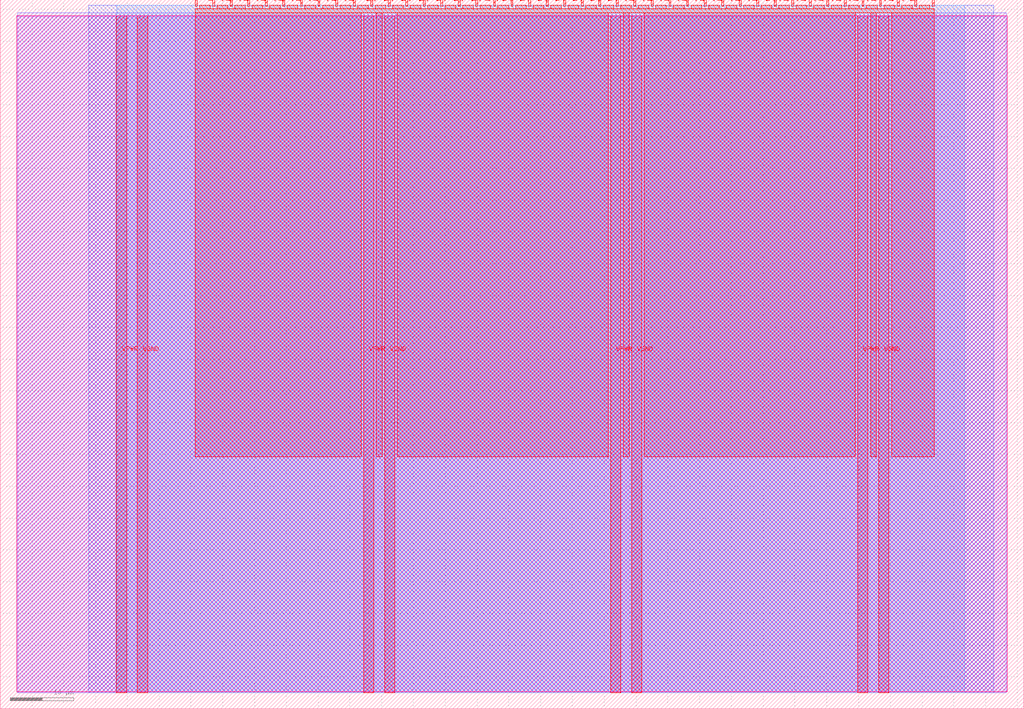
<source format=lef>
VERSION 5.7 ;
  NOWIREEXTENSIONATPIN ON ;
  DIVIDERCHAR "/" ;
  BUSBITCHARS "[]" ;
MACRO tt_um_ultra_tiny_cpu
  CLASS BLOCK ;
  FOREIGN tt_um_ultra_tiny_cpu ;
  ORIGIN 0.000 0.000 ;
  SIZE 161.000 BY 111.520 ;
  PIN VGND
    DIRECTION INOUT ;
    USE GROUND ;
    PORT
      LAYER met4 ;
        RECT 21.580 2.480 23.180 109.040 ;
    END
    PORT
      LAYER met4 ;
        RECT 60.450 2.480 62.050 109.040 ;
    END
    PORT
      LAYER met4 ;
        RECT 99.320 2.480 100.920 109.040 ;
    END
    PORT
      LAYER met4 ;
        RECT 138.190 2.480 139.790 109.040 ;
    END
  END VGND
  PIN VPWR
    DIRECTION INOUT ;
    USE POWER ;
    PORT
      LAYER met4 ;
        RECT 18.280 2.480 19.880 109.040 ;
    END
    PORT
      LAYER met4 ;
        RECT 57.150 2.480 58.750 109.040 ;
    END
    PORT
      LAYER met4 ;
        RECT 96.020 2.480 97.620 109.040 ;
    END
    PORT
      LAYER met4 ;
        RECT 134.890 2.480 136.490 109.040 ;
    END
  END VPWR
  PIN clk
    DIRECTION INPUT ;
    USE SIGNAL ;
    ANTENNAGATEAREA 0.852000 ;
    PORT
      LAYER met4 ;
        RECT 143.830 110.520 144.130 111.520 ;
    END
  END clk
  PIN ena
    DIRECTION INPUT ;
    USE SIGNAL ;
    ANTENNAGATEAREA 0.213000 ;
    PORT
      LAYER met4 ;
        RECT 146.590 110.520 146.890 111.520 ;
    END
  END ena
  PIN rst_n
    DIRECTION INPUT ;
    USE SIGNAL ;
    ANTENNAGATEAREA 0.196500 ;
    PORT
      LAYER met4 ;
        RECT 141.070 110.520 141.370 111.520 ;
    END
  END rst_n
  PIN ui_in[0]
    DIRECTION INPUT ;
    USE SIGNAL ;
    ANTENNAGATEAREA 0.213000 ;
    PORT
      LAYER met4 ;
        RECT 138.310 110.520 138.610 111.520 ;
    END
  END ui_in[0]
  PIN ui_in[1]
    DIRECTION INPUT ;
    USE SIGNAL ;
    ANTENNAGATEAREA 0.213000 ;
    PORT
      LAYER met4 ;
        RECT 135.550 110.520 135.850 111.520 ;
    END
  END ui_in[1]
  PIN ui_in[2]
    DIRECTION INPUT ;
    USE SIGNAL ;
    ANTENNAGATEAREA 0.213000 ;
    PORT
      LAYER met4 ;
        RECT 132.790 110.520 133.090 111.520 ;
    END
  END ui_in[2]
  PIN ui_in[3]
    DIRECTION INPUT ;
    USE SIGNAL ;
    PORT
      LAYER met4 ;
        RECT 130.030 110.520 130.330 111.520 ;
    END
  END ui_in[3]
  PIN ui_in[4]
    DIRECTION INPUT ;
    USE SIGNAL ;
    PORT
      LAYER met4 ;
        RECT 127.270 110.520 127.570 111.520 ;
    END
  END ui_in[4]
  PIN ui_in[5]
    DIRECTION INPUT ;
    USE SIGNAL ;
    PORT
      LAYER met4 ;
        RECT 124.510 110.520 124.810 111.520 ;
    END
  END ui_in[5]
  PIN ui_in[6]
    DIRECTION INPUT ;
    USE SIGNAL ;
    PORT
      LAYER met4 ;
        RECT 121.750 110.520 122.050 111.520 ;
    END
  END ui_in[6]
  PIN ui_in[7]
    DIRECTION INPUT ;
    USE SIGNAL ;
    ANTENNAGATEAREA 0.196500 ;
    PORT
      LAYER met4 ;
        RECT 118.990 110.520 119.290 111.520 ;
    END
  END ui_in[7]
  PIN uio_in[0]
    DIRECTION INPUT ;
    USE SIGNAL ;
    ANTENNAGATEAREA 0.196500 ;
    PORT
      LAYER met4 ;
        RECT 116.230 110.520 116.530 111.520 ;
    END
  END uio_in[0]
  PIN uio_in[1]
    DIRECTION INPUT ;
    USE SIGNAL ;
    ANTENNAGATEAREA 0.196500 ;
    PORT
      LAYER met4 ;
        RECT 113.470 110.520 113.770 111.520 ;
    END
  END uio_in[1]
  PIN uio_in[2]
    DIRECTION INPUT ;
    USE SIGNAL ;
    ANTENNAGATEAREA 0.196500 ;
    PORT
      LAYER met4 ;
        RECT 110.710 110.520 111.010 111.520 ;
    END
  END uio_in[2]
  PIN uio_in[3]
    DIRECTION INPUT ;
    USE SIGNAL ;
    ANTENNAGATEAREA 0.196500 ;
    PORT
      LAYER met4 ;
        RECT 107.950 110.520 108.250 111.520 ;
    END
  END uio_in[3]
  PIN uio_in[4]
    DIRECTION INPUT ;
    USE SIGNAL ;
    ANTENNAGATEAREA 0.196500 ;
    PORT
      LAYER met4 ;
        RECT 105.190 110.520 105.490 111.520 ;
    END
  END uio_in[4]
  PIN uio_in[5]
    DIRECTION INPUT ;
    USE SIGNAL ;
    ANTENNAGATEAREA 0.196500 ;
    PORT
      LAYER met4 ;
        RECT 102.430 110.520 102.730 111.520 ;
    END
  END uio_in[5]
  PIN uio_in[6]
    DIRECTION INPUT ;
    USE SIGNAL ;
    ANTENNAGATEAREA 0.196500 ;
    PORT
      LAYER met4 ;
        RECT 99.670 110.520 99.970 111.520 ;
    END
  END uio_in[6]
  PIN uio_in[7]
    DIRECTION INPUT ;
    USE SIGNAL ;
    ANTENNAGATEAREA 0.196500 ;
    PORT
      LAYER met4 ;
        RECT 96.910 110.520 97.210 111.520 ;
    END
  END uio_in[7]
  PIN uio_oe[0]
    DIRECTION OUTPUT ;
    USE SIGNAL ;
    PORT
      LAYER met4 ;
        RECT 49.990 110.520 50.290 111.520 ;
    END
  END uio_oe[0]
  PIN uio_oe[1]
    DIRECTION OUTPUT ;
    USE SIGNAL ;
    PORT
      LAYER met4 ;
        RECT 47.230 110.520 47.530 111.520 ;
    END
  END uio_oe[1]
  PIN uio_oe[2]
    DIRECTION OUTPUT ;
    USE SIGNAL ;
    PORT
      LAYER met4 ;
        RECT 44.470 110.520 44.770 111.520 ;
    END
  END uio_oe[2]
  PIN uio_oe[3]
    DIRECTION OUTPUT ;
    USE SIGNAL ;
    PORT
      LAYER met4 ;
        RECT 41.710 110.520 42.010 111.520 ;
    END
  END uio_oe[3]
  PIN uio_oe[4]
    DIRECTION OUTPUT ;
    USE SIGNAL ;
    PORT
      LAYER met4 ;
        RECT 38.950 110.520 39.250 111.520 ;
    END
  END uio_oe[4]
  PIN uio_oe[5]
    DIRECTION OUTPUT ;
    USE SIGNAL ;
    PORT
      LAYER met4 ;
        RECT 36.190 110.520 36.490 111.520 ;
    END
  END uio_oe[5]
  PIN uio_oe[6]
    DIRECTION OUTPUT ;
    USE SIGNAL ;
    PORT
      LAYER met4 ;
        RECT 33.430 110.520 33.730 111.520 ;
    END
  END uio_oe[6]
  PIN uio_oe[7]
    DIRECTION OUTPUT ;
    USE SIGNAL ;
    PORT
      LAYER met4 ;
        RECT 30.670 110.520 30.970 111.520 ;
    END
  END uio_oe[7]
  PIN uio_out[0]
    DIRECTION OUTPUT ;
    USE SIGNAL ;
    PORT
      LAYER met4 ;
        RECT 72.070 110.520 72.370 111.520 ;
    END
  END uio_out[0]
  PIN uio_out[1]
    DIRECTION OUTPUT ;
    USE SIGNAL ;
    PORT
      LAYER met4 ;
        RECT 69.310 110.520 69.610 111.520 ;
    END
  END uio_out[1]
  PIN uio_out[2]
    DIRECTION OUTPUT ;
    USE SIGNAL ;
    PORT
      LAYER met4 ;
        RECT 66.550 110.520 66.850 111.520 ;
    END
  END uio_out[2]
  PIN uio_out[3]
    DIRECTION OUTPUT ;
    USE SIGNAL ;
    PORT
      LAYER met4 ;
        RECT 63.790 110.520 64.090 111.520 ;
    END
  END uio_out[3]
  PIN uio_out[4]
    DIRECTION OUTPUT ;
    USE SIGNAL ;
    PORT
      LAYER met4 ;
        RECT 61.030 110.520 61.330 111.520 ;
    END
  END uio_out[4]
  PIN uio_out[5]
    DIRECTION OUTPUT ;
    USE SIGNAL ;
    PORT
      LAYER met4 ;
        RECT 58.270 110.520 58.570 111.520 ;
    END
  END uio_out[5]
  PIN uio_out[6]
    DIRECTION OUTPUT ;
    USE SIGNAL ;
    PORT
      LAYER met4 ;
        RECT 55.510 110.520 55.810 111.520 ;
    END
  END uio_out[6]
  PIN uio_out[7]
    DIRECTION OUTPUT ;
    USE SIGNAL ;
    PORT
      LAYER met4 ;
        RECT 52.750 110.520 53.050 111.520 ;
    END
  END uio_out[7]
  PIN uo_out[0]
    DIRECTION OUTPUT ;
    USE SIGNAL ;
    ANTENNADIFFAREA 0.891000 ;
    PORT
      LAYER met4 ;
        RECT 94.150 110.520 94.450 111.520 ;
    END
  END uo_out[0]
  PIN uo_out[1]
    DIRECTION OUTPUT ;
    USE SIGNAL ;
    ANTENNADIFFAREA 0.891000 ;
    PORT
      LAYER met4 ;
        RECT 91.390 110.520 91.690 111.520 ;
    END
  END uo_out[1]
  PIN uo_out[2]
    DIRECTION OUTPUT ;
    USE SIGNAL ;
    ANTENNADIFFAREA 0.891000 ;
    PORT
      LAYER met4 ;
        RECT 88.630 110.520 88.930 111.520 ;
    END
  END uo_out[2]
  PIN uo_out[3]
    DIRECTION OUTPUT ;
    USE SIGNAL ;
    ANTENNADIFFAREA 0.891000 ;
    PORT
      LAYER met4 ;
        RECT 85.870 110.520 86.170 111.520 ;
    END
  END uo_out[3]
  PIN uo_out[4]
    DIRECTION OUTPUT ;
    USE SIGNAL ;
    ANTENNADIFFAREA 0.891000 ;
    PORT
      LAYER met4 ;
        RECT 83.110 110.520 83.410 111.520 ;
    END
  END uo_out[4]
  PIN uo_out[5]
    DIRECTION OUTPUT ;
    USE SIGNAL ;
    ANTENNADIFFAREA 0.891000 ;
    PORT
      LAYER met4 ;
        RECT 80.350 110.520 80.650 111.520 ;
    END
  END uo_out[5]
  PIN uo_out[6]
    DIRECTION OUTPUT ;
    USE SIGNAL ;
    ANTENNADIFFAREA 0.891000 ;
    PORT
      LAYER met4 ;
        RECT 77.590 110.520 77.890 111.520 ;
    END
  END uo_out[6]
  PIN uo_out[7]
    DIRECTION OUTPUT ;
    USE SIGNAL ;
    ANTENNADIFFAREA 0.891000 ;
    PORT
      LAYER met4 ;
        RECT 74.830 110.520 75.130 111.520 ;
    END
  END uo_out[7]
  OBS
      LAYER nwell ;
        RECT 2.570 2.635 158.430 108.990 ;
      LAYER li1 ;
        RECT 2.760 2.635 158.240 108.885 ;
      LAYER met1 ;
        RECT 2.760 2.480 158.240 109.440 ;
      LAYER met2 ;
        RECT 13.900 2.535 156.300 110.685 ;
      LAYER met3 ;
        RECT 18.290 2.555 151.735 110.665 ;
      LAYER met4 ;
        RECT 31.370 110.120 33.030 110.665 ;
        RECT 34.130 110.120 35.790 110.665 ;
        RECT 36.890 110.120 38.550 110.665 ;
        RECT 39.650 110.120 41.310 110.665 ;
        RECT 42.410 110.120 44.070 110.665 ;
        RECT 45.170 110.120 46.830 110.665 ;
        RECT 47.930 110.120 49.590 110.665 ;
        RECT 50.690 110.120 52.350 110.665 ;
        RECT 53.450 110.120 55.110 110.665 ;
        RECT 56.210 110.120 57.870 110.665 ;
        RECT 58.970 110.120 60.630 110.665 ;
        RECT 61.730 110.120 63.390 110.665 ;
        RECT 64.490 110.120 66.150 110.665 ;
        RECT 67.250 110.120 68.910 110.665 ;
        RECT 70.010 110.120 71.670 110.665 ;
        RECT 72.770 110.120 74.430 110.665 ;
        RECT 75.530 110.120 77.190 110.665 ;
        RECT 78.290 110.120 79.950 110.665 ;
        RECT 81.050 110.120 82.710 110.665 ;
        RECT 83.810 110.120 85.470 110.665 ;
        RECT 86.570 110.120 88.230 110.665 ;
        RECT 89.330 110.120 90.990 110.665 ;
        RECT 92.090 110.120 93.750 110.665 ;
        RECT 94.850 110.120 96.510 110.665 ;
        RECT 97.610 110.120 99.270 110.665 ;
        RECT 100.370 110.120 102.030 110.665 ;
        RECT 103.130 110.120 104.790 110.665 ;
        RECT 105.890 110.120 107.550 110.665 ;
        RECT 108.650 110.120 110.310 110.665 ;
        RECT 111.410 110.120 113.070 110.665 ;
        RECT 114.170 110.120 115.830 110.665 ;
        RECT 116.930 110.120 118.590 110.665 ;
        RECT 119.690 110.120 121.350 110.665 ;
        RECT 122.450 110.120 124.110 110.665 ;
        RECT 125.210 110.120 126.870 110.665 ;
        RECT 127.970 110.120 129.630 110.665 ;
        RECT 130.730 110.120 132.390 110.665 ;
        RECT 133.490 110.120 135.150 110.665 ;
        RECT 136.250 110.120 137.910 110.665 ;
        RECT 139.010 110.120 140.670 110.665 ;
        RECT 141.770 110.120 143.430 110.665 ;
        RECT 144.530 110.120 146.190 110.665 ;
        RECT 30.655 109.440 146.905 110.120 ;
        RECT 30.655 39.615 56.750 109.440 ;
        RECT 59.150 39.615 60.050 109.440 ;
        RECT 62.450 39.615 95.620 109.440 ;
        RECT 98.020 39.615 98.920 109.440 ;
        RECT 101.320 39.615 134.490 109.440 ;
        RECT 136.890 39.615 137.790 109.440 ;
        RECT 140.190 39.615 146.905 109.440 ;
  END
END tt_um_ultra_tiny_cpu
END LIBRARY


</source>
